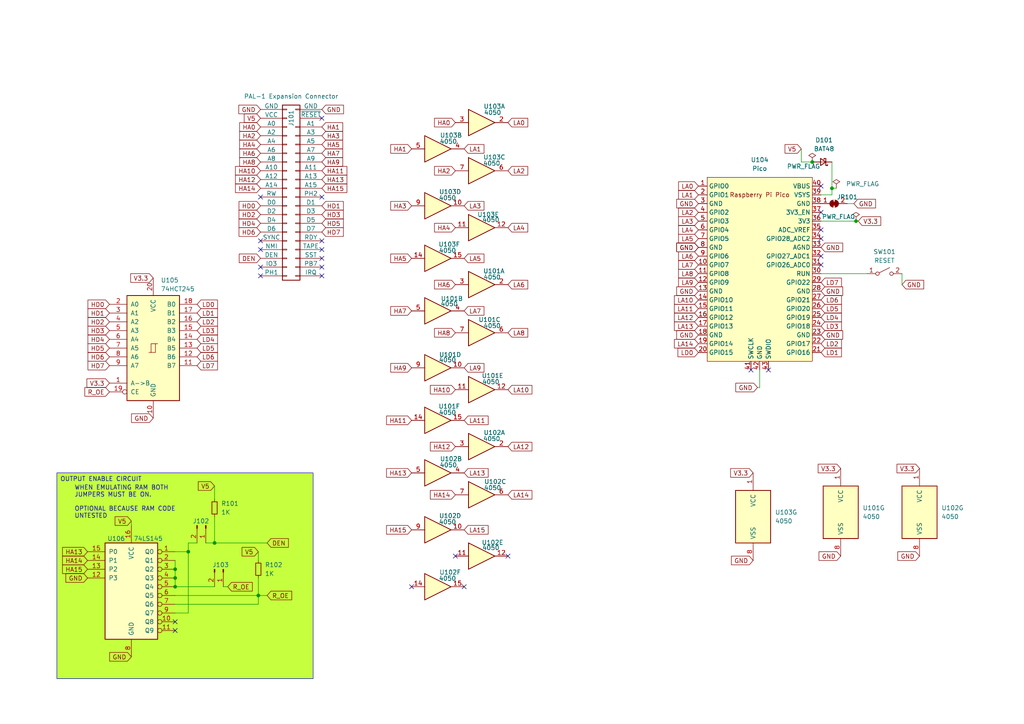
<source format=kicad_sch>
(kicad_sch (version 20230121) (generator eeschema)
  (paper "A4")
  (lib_symbols
    (symbol "4xxx:4050" (pin_names (offset 1.016))
      (property "Reference" "U" (at 0 1.27 0))
      (property "Value" "4050" (at 0 -1.27 0))
      (symbol "4050_1_0"
        (polyline (pts (xy -3.81 3.81) (xy -3.81 -3.81) (xy 3.81 0) (xy -3.81 3.81)) (stroke (width 0.254)) (fill (type background)))
        (pin output line (at 7.62 0 180) (length 3.81) (name "~") (number "2"))
        (pin input line (at -7.62 0 0) (length 3.81) (name "~") (number "3"))
      )
      (symbol "4050_2_0"
        (polyline (pts (xy -3.81 3.81) (xy -3.81 -3.81) (xy 3.81 0) (xy -3.81 3.81)) (stroke (width 0.254)) (fill (type background)))
        (pin output line (at 7.62 0 180) (length 3.81) (name "~") (number "4"))
        (pin input line (at -7.62 0 0) (length 3.81) (name "~") (number "5"))
      )
      (symbol "4050_3_0"
        (polyline (pts (xy -3.81 3.81) (xy -3.81 -3.81) (xy 3.81 0) (xy -3.81 3.81)) (stroke (width 0.254)) (fill (type background)))
        (pin output line (at 7.62 0 180) (length 3.81) (name "~") (number "6"))
        (pin input line (at -7.62 0 0) (length 3.81) (name "~") (number "7"))
      )
      (symbol "4050_4_0"
        (polyline (pts (xy -3.81 3.81) (xy -3.81 -3.81) (xy 3.81 0) (xy -3.81 3.81)) (stroke (width 0.254)) (fill (type background)))
        (pin output line (at 7.62 0 180) (length 3.81) (name "~") (number "10"))
        (pin input line (at -7.62 0 0) (length 3.81) (name "~") (number "9"))
      )
      (symbol "4050_5_0"
        (polyline (pts (xy -3.81 3.81) (xy -3.81 -3.81) (xy 3.81 0) (xy -3.81 3.81)) (stroke (width 0.254)) (fill (type background)))
        (pin input line (at -7.62 0 0) (length 3.81) (name "~") (number "11"))
        (pin output line (at 7.62 0 180) (length 3.81) (name "~") (number "12"))
      )
      (symbol "4050_6_0"
        (polyline (pts (xy -3.81 3.81) (xy -3.81 -3.81) (xy 3.81 0) (xy -3.81 3.81)) (stroke (width 0.254)) (fill (type background)))
        (pin input line (at -7.62 0 0) (length 3.81) (name "~") (number "14"))
        (pin output line (at 7.62 0 180) (length 3.81) (name "~") (number "15"))
      )
      (symbol "4050_7_0"
        (pin power_in line (at 0 12.7 270) (length 5.08) (name "VCC") (number "1"))
        (pin power_in line (at 0 -12.7 90) (length 5.08) (name "VSS") (number "8"))
      )
      (symbol "4050_7_1"
        (rectangle (start -5.08 7.62) (end 5.08 -7.62) (stroke (width 0.254)) (fill (type background)))
      )
    )
    (symbol "74xx:74HC245" (pin_names (offset 1.016))
      (property "Reference" "U" (at -7.62 16.51 0))
      (property "Value" "74HC245" (at -7.62 -16.51 0))
      (symbol "74HC245_1_0"
        (polyline (pts (xy -0.635 -1.27) (xy -0.635 1.27) (xy 0.635 1.27)))
        (polyline (pts (xy -1.27 -1.27) (xy 0.635 -1.27) (xy 0.635 1.27) (xy 1.27 1.27)))
        (pin input line (at -12.7 -10.16 0) (length 5.08) (name "A->B") (number "1"))
        (pin power_in line (at 0 -20.32 90) (length 5.08) (name "GND") (number "10"))
        (pin tri_state line (at 12.7 -5.08 180) (length 5.08) (name "B7") (number "11"))
        (pin tri_state line (at 12.7 -2.54 180) (length 5.08) (name "B6") (number "12"))
        (pin tri_state line (at 12.7 0 180) (length 5.08) (name "B5") (number "13"))
        (pin tri_state line (at 12.7 2.54 180) (length 5.08) (name "B4") (number "14"))
        (pin tri_state line (at 12.7 5.08 180) (length 5.08) (name "B3") (number "15"))
        (pin tri_state line (at 12.7 7.62 180) (length 5.08) (name "B2") (number "16"))
        (pin tri_state line (at 12.7 10.16 180) (length 5.08) (name "B1") (number "17"))
        (pin tri_state line (at 12.7 12.7 180) (length 5.08) (name "B0") (number "18"))
        (pin input inverted (at -12.7 -12.7 0) (length 5.08) (name "CE") (number "19"))
        (pin tri_state line (at -12.7 12.7 0) (length 5.08) (name "A0") (number "2"))
        (pin power_in line (at 0 20.32 270) (length 5.08) (name "VCC") (number "20"))
        (pin tri_state line (at -12.7 10.16 0) (length 5.08) (name "A1") (number "3"))
        (pin tri_state line (at -12.7 7.62 0) (length 5.08) (name "A2") (number "4"))
        (pin tri_state line (at -12.7 5.08 0) (length 5.08) (name "A3") (number "5"))
        (pin tri_state line (at -12.7 2.54 0) (length 5.08) (name "A4") (number "6"))
        (pin tri_state line (at -12.7 0 0) (length 5.08) (name "A5") (number "7"))
        (pin tri_state line (at -12.7 -2.54 0) (length 5.08) (name "A6") (number "8"))
        (pin tri_state line (at -12.7 -5.08 0) (length 5.08) (name "A7") (number "9"))
      )
      (symbol "74HC245_1_1"
        (rectangle (start -7.62 15.24) (end 7.62 -15.24) (stroke (width 0.254)) (fill (type background)))
      )
    )
    (symbol "74xx:74LS145" (pin_names (offset 1.016))
      (property "Reference" "U" (at -7.62 13.97 0))
      (property "Value" "74LS145" (at -7.62 -16.51 0))
      (symbol "74LS145_1_0"
        (pin open_collector inverted (at 12.7 10.16 180) (length 5.08) (name "Q0") (number "1"))
        (pin open_collector inverted (at 12.7 -10.16 180) (length 5.08) (name "Q8") (number "10"))
        (pin open_collector inverted (at 12.7 -12.7 180) (length 5.08) (name "Q9") (number "11"))
        (pin input line (at -12.7 2.54 0) (length 5.08) (name "P3") (number "12"))
        (pin input line (at -12.7 5.08 0) (length 5.08) (name "P2") (number "13"))
        (pin input line (at -12.7 7.62 0) (length 5.08) (name "P1") (number "14"))
        (pin input line (at -12.7 10.16 0) (length 5.08) (name "P0") (number "15"))
        (pin power_in line (at 0 17.78 270) (length 5.08) (name "VCC") (number "16"))
        (pin open_collector inverted (at 12.7 7.62 180) (length 5.08) (name "Q1") (number "2"))
        (pin open_collector inverted (at 12.7 5.08 180) (length 5.08) (name "Q2") (number "3"))
        (pin open_collector inverted (at 12.7 2.54 180) (length 5.08) (name "Q3") (number "4"))
        (pin open_collector inverted (at 12.7 0 180) (length 5.08) (name "Q4") (number "5"))
        (pin open_collector inverted (at 12.7 -2.54 180) (length 5.08) (name "Q5") (number "6"))
        (pin open_collector inverted (at 12.7 -5.08 180) (length 5.08) (name "Q6") (number "7"))
        (pin power_in line (at 0 -20.32 90) (length 5.08) (name "GND") (number "8"))
        (pin open_collector inverted (at 12.7 -7.62 180) (length 5.08) (name "Q7") (number "9"))
      )
      (symbol "74LS145_1_1"
        (rectangle (start -7.62 12.7) (end 7.62 -15.24) (stroke (width 0.254)) (fill (type background)))
      )
    )
    (symbol "Connector:Conn_01x02_Pin" (pin_names (offset 1.016) hide)
      (property "Reference" "J" (at 0 2.54 0))
      (property "Value" "Conn_01x02_Pin" (at 0 -5.08 0))
      (symbol "Conn_01x02_Pin_1_1"
        (polyline (pts (xy 1.27 -2.54) (xy 0.8636 -2.54)) (stroke (width 0.1524)))
        (polyline (pts (xy 1.27 0) (xy 0.8636 0)) (stroke (width 0.1524)))
        (rectangle (start 0.8636 -2.413) (end 0 -2.667) (stroke (width 0.1524)) (fill (type outline)))
        (rectangle (start 0.8636 0.127) (end 0 -0.127) (stroke (width 0.1524)) (fill (type outline)))
        (pin passive line (at 5.08 0 180) (length 3.81) (name "Pin_1") (number "1"))
        (pin passive line (at 5.08 -2.54 180) (length 3.81) (name "Pin_2") (number "2"))
      )
    )
    (symbol "Device:D_Schottky_Small" (pin_numbers hide) (pin_names (offset 0.254) hide)
      (property "Reference" "D" (at -1.27 2.032 0))
      (property "Value" "D_Schottky_Small" (at -7.112 -2.032 0))
      (symbol "D_Schottky_Small_0_1"
        (polyline (pts (xy -0.762 0) (xy 0.762 0)))
        (polyline (pts (xy 0.762 -1.016) (xy -0.762 0) (xy 0.762 1.016) (xy 0.762 -1.016)) (stroke (width 0.254)))
        (polyline (pts (xy -1.27 0.762) (xy -1.27 1.016) (xy -0.762 1.016) (xy -0.762 -1.016) (xy -0.254 -1.016) (xy -0.254 -0.762)) (stroke (width 0.254)))
      )
      (symbol "D_Schottky_Small_1_1"
        (pin passive line (at -2.54 0 0) (length 1.778) (name "K") (number "1"))
        (pin passive line (at 2.54 0 180) (length 1.778) (name "A") (number "2"))
      )
    )
    (symbol "Device:R_Small" (pin_numbers hide) (pin_names (offset 0.254) hide)
      (property "Reference" "R" (at 0.762 0.508 0))
      (property "Value" "R_Small" (at 0.762 -1.016 0))
      (symbol "R_Small_0_1"
        (rectangle (start -0.762 1.778) (end 0.762 -1.778) (stroke (width 0.2032)))
      )
      (symbol "R_Small_1_1"
        (pin passive line (at 0 2.54 270) (length 0.762) (name "~") (number "1"))
        (pin passive line (at 0 -2.54 90) (length 0.762) (name "~") (number "2"))
      )
    )
    (symbol "Jumper:SolderJumper_2_Bridged" (pin_names (offset 0) hide)
      (property "Reference" "JP" (at 0 2.032 0))
      (property "Value" "SolderJumper_2_Bridged" (at 0 -2.54 0))
      (symbol "SolderJumper_2_Bridged_0_1"
        (rectangle (start -0.508 0.508) (end 0.508 -0.508) (fill (type outline)))
        (arc (start -0.254 1.016) (mid -1.2656 0) (end -0.254 -1.016))
        (arc (start -0.254 1.016) (mid -1.2656 0) (end -0.254 -1.016) (fill (type outline)))
        (polyline (pts (xy -0.254 1.016) (xy -0.254 -1.016)))
        (polyline (pts (xy 0.254 1.016) (xy 0.254 -1.016)))
        (arc (start 0.254 -1.016) (mid 1.2656 0) (end 0.254 1.016))
        (arc (start 0.254 -1.016) (mid 1.2656 0) (end 0.254 1.016) (fill (type outline)))
      )
      (symbol "SolderJumper_2_Bridged_1_1"
        (pin passive line (at -3.81 0 0) (length 2.54) (name "A") (number "1"))
        (pin passive line (at 3.81 0 180) (length 2.54) (name "B") (number "2"))
      )
    )
    (symbol "RP-Pico:Pico"
      (property "Reference" "U" (at -13.97 27.94 0))
      (property "Value" "Pico" (at 0 19.05 0))
      (symbol "Pico_0_0"
        (text "Raspberry Pi Pico" (at 0 21.59 0) (effects (font (size 1.27 1.27))))
      )
      (symbol "Pico_0_1"
        (rectangle (start -15.24 26.67) (end 15.24 -26.67) (fill (type background)))
      )
      (symbol "Pico_1_1"
        (pin bidirectional line (at -17.78 24.13 0) (length 2.54) (name "GPIO0") (number "1"))
        (pin bidirectional line (at -17.78 1.27 0) (length 2.54) (name "GPIO7") (number "10"))
        (pin bidirectional line (at -17.78 -1.27 0) (length 2.54) (name "GPIO8") (number "11"))
        (pin bidirectional line (at -17.78 -3.81 0) (length 2.54) (name "GPIO9") (number "12"))
        (pin power_in line (at -17.78 -6.35 0) (length 2.54) (name "GND") (number "13"))
        (pin bidirectional line (at -17.78 -8.89 0) (length 2.54) (name "GPIO10") (number "14"))
        (pin bidirectional line (at -17.78 -11.43 0) (length 2.54) (name "GPIO11") (number "15"))
        (pin bidirectional line (at -17.78 -13.97 0) (length 2.54) (name "GPIO12") (number "16"))
        (pin bidirectional line (at -17.78 -16.51 0) (length 2.54) (name "GPIO13") (number "17"))
        (pin power_in line (at -17.78 -19.05 0) (length 2.54) (name "GND") (number "18"))
        (pin bidirectional line (at -17.78 -21.59 0) (length 2.54) (name "GPIO14") (number "19"))
        (pin bidirectional line (at -17.78 21.59 0) (length 2.54) (name "GPIO1") (number "2"))
        (pin bidirectional line (at -17.78 -24.13 0) (length 2.54) (name "GPIO15") (number "20"))
        (pin bidirectional line (at 17.78 -24.13 180) (length 2.54) (name "GPIO16") (number "21"))
        (pin bidirectional line (at 17.78 -21.59 180) (length 2.54) (name "GPIO17") (number "22"))
        (pin power_in line (at 17.78 -19.05 180) (length 2.54) (name "GND") (number "23"))
        (pin bidirectional line (at 17.78 -16.51 180) (length 2.54) (name "GPIO18") (number "24"))
        (pin bidirectional line (at 17.78 -13.97 180) (length 2.54) (name "GPIO19") (number "25"))
        (pin bidirectional line (at 17.78 -11.43 180) (length 2.54) (name "GPIO20") (number "26"))
        (pin bidirectional line (at 17.78 -8.89 180) (length 2.54) (name "GPIO21") (number "27"))
        (pin power_in line (at 17.78 -6.35 180) (length 2.54) (name "GND") (number "28"))
        (pin bidirectional line (at 17.78 -3.81 180) (length 2.54) (name "GPIO22") (number "29"))
        (pin power_in line (at -17.78 19.05 0) (length 2.54) (name "GND") (number "3"))
        (pin input line (at 17.78 -1.27 180) (length 2.54) (name "RUN") (number "30"))
        (pin bidirectional line (at 17.78 1.27 180) (length 2.54) (name "GPIO26_ADC0") (number "31"))
        (pin bidirectional line (at 17.78 3.81 180) (length 2.54) (name "GPIO27_ADC1") (number "32"))
        (pin power_in line (at 17.78 6.35 180) (length 2.54) (name "AGND") (number "33"))
        (pin bidirectional line (at 17.78 8.89 180) (length 2.54) (name "GPIO28_ADC2") (number "34"))
        (pin power_in line (at 17.78 11.43 180) (length 2.54) (name "ADC_VREF") (number "35"))
        (pin power_in line (at 17.78 13.97 180) (length 2.54) (name "3V3") (number "36"))
        (pin input line (at 17.78 16.51 180) (length 2.54) (name "3V3_EN") (number "37"))
        (pin bidirectional line (at 17.78 19.05 180) (length 2.54) (name "GND") (number "38"))
        (pin power_in line (at 17.78 21.59 180) (length 2.54) (name "VSYS") (number "39"))
        (pin bidirectional line (at -17.78 16.51 0) (length 2.54) (name "GPIO2") (number "4"))
        (pin power_in line (at 17.78 24.13 180) (length 2.54) (name "VBUS") (number "40"))
        (pin input line (at -2.54 -29.21 90) (length 2.54) (name "SWCLK") (number "41"))
        (pin power_in line (at 0 -29.21 90) (length 2.54) (name "GND") (number "42"))
        (pin bidirectional line (at 2.54 -29.21 90) (length 2.54) (name "SWDIO") (number "43"))
        (pin bidirectional line (at -17.78 13.97 0) (length 2.54) (name "GPIO3") (number "5"))
        (pin bidirectional line (at -17.78 11.43 0) (length 2.54) (name "GPIO4") (number "6"))
        (pin bidirectional line (at -17.78 8.89 0) (length 2.54) (name "GPIO5") (number "7"))
        (pin power_in line (at -17.78 6.35 0) (length 2.54) (name "GND") (number "8"))
        (pin bidirectional line (at -17.78 3.81 0) (length 2.54) (name "GPIO6") (number "9"))
      )
    )
    (symbol "Switch:SW_SPST" (pin_names (offset 0) hide)
      (property "Reference" "SW" (at 0 3.175 0))
      (property "Value" "SW_SPST" (at 0 -2.54 0))
      (symbol "SW_SPST_0_0"
        (circle (center -2.032 0) (radius 0.508))
        (polyline (pts (xy -1.524 0.254) (xy 1.524 1.778)))
        (circle (center 2.032 0) (radius 0.508))
      )
      (symbol "SW_SPST_1_1"
        (pin passive line (at -5.08 0 0) (length 2.54) (name "A") (number "1"))
        (pin passive line (at 5.08 0 180) (length 2.54) (name "B") (number "2"))
      )
    )
    (symbol "pal1:Expansion_Connector" (pin_numbers hide) (pin_names (offset 0))
      (property "Reference" "J" (at 1.285 25.4 0))
      (property "Value" "PAL-1 Expansion Connector" (at 1.905 -27.94 0))
      (symbol "Expansion_Connector_1_1"
        (rectangle (start -1.255 -25.273) (end 0.015 -25.527) (stroke (width 0.1524)))
        (rectangle (start -1.255 -22.733) (end 0.015 -22.987) (stroke (width 0.1524)))
        (rectangle (start -1.255 -20.193) (end 0.015 -20.447) (stroke (width 0.1524)))
        (rectangle (start -1.255 -17.653) (end 0.015 -17.907) (stroke (width 0.1524)))
        (rectangle (start -1.255 -15.113) (end 0.015 -15.367) (stroke (width 0.1524)))
        (rectangle (start -1.255 -12.573) (end 0.015 -12.827) (stroke (width 0.1524)))
        (rectangle (start -1.255 -10.033) (end 0.015 -10.287) (stroke (width 0.1524)))
        (rectangle (start -1.255 -7.493) (end 0.015 -7.747) (stroke (width 0.1524)))
        (rectangle (start -1.255 -4.953) (end 0.015 -5.207) (stroke (width 0.1524)))
        (rectangle (start -1.255 -2.413) (end 0.015 -2.667) (stroke (width 0.1524)))
        (rectangle (start -1.255 0.127) (end 0.015 -0.127) (stroke (width 0.1524)))
        (rectangle (start -1.255 2.667) (end 0.015 2.413) (stroke (width 0.1524)))
        (rectangle (start -1.255 5.207) (end 0.015 4.953) (stroke (width 0.1524)))
        (rectangle (start -1.255 7.747) (end 0.015 7.493) (stroke (width 0.1524)))
        (rectangle (start -1.255 10.287) (end 0.015 10.033) (stroke (width 0.1524)))
        (rectangle (start -1.255 12.827) (end 0.015 12.573) (stroke (width 0.1524)))
        (rectangle (start -1.255 15.367) (end 0.015 15.113) (stroke (width 0.1524)))
        (rectangle (start -1.255 17.907) (end 0.015 17.653) (stroke (width 0.1524)))
        (rectangle (start -1.255 20.447) (end 0.015 20.193) (stroke (width 0.1524)))
        (rectangle (start -1.255 22.987) (end 0.015 22.733) (stroke (width 0.1524)))
        (rectangle (start -1.255 24.13) (end 3.825 -26.67) (stroke (width 0.254)))
        (rectangle (start 2.555 -15.113) (end 3.825 -15.367) (stroke (width 0.1524)))
        (rectangle (start 3.825 -25.273) (end 2.555 -25.527) (stroke (width 0.1524)))
        (rectangle (start 3.825 -22.733) (end 2.555 -22.987) (stroke (width 0.1524)))
        (rectangle (start 3.825 -20.193) (end 2.555 -20.447) (stroke (width 0.1524)))
        (rectangle (start 3.825 -17.653) (end 2.555 -17.907) (stroke (width 0.1524)))
        (rectangle (start 3.825 -12.573) (end 2.555 -12.827) (stroke (width 0.1524)))
        (rectangle (start 3.825 -10.033) (end 2.555 -10.287) (stroke (width 0.1524)))
        (rectangle (start 3.825 -7.493) (end 2.555 -7.747) (stroke (width 0.1524)))
        (rectangle (start 3.825 -4.953) (end 2.555 -5.207) (stroke (width 0.1524)))
        (rectangle (start 3.825 -2.413) (end 2.555 -2.667) (stroke (width 0.1524)))
        (rectangle (start 3.825 0.127) (end 2.555 -0.127) (stroke (width 0.1524)))
        (rectangle (start 3.825 2.667) (end 2.555 2.413) (stroke (width 0.1524)))
        (rectangle (start 3.825 5.207) (end 2.555 4.953) (stroke (width 0.1524)))
        (rectangle (start 3.825 7.747) (end 2.555 7.493) (stroke (width 0.1524)))
        (rectangle (start 3.825 10.287) (end 2.555 10.033) (stroke (width 0.1524)))
        (rectangle (start 3.825 12.827) (end 2.555 12.573) (stroke (width 0.1524)))
        (rectangle (start 3.825 15.367) (end 2.555 15.113) (stroke (width 0.1524)))
        (rectangle (start 3.825 17.907) (end 2.555 17.653) (stroke (width 0.1524)))
        (rectangle (start 3.825 22.987) (end 2.555 22.733) (stroke (width 0.1524)))
        (pin power_out line (at -7.605 22.86 0) (length 6.35) (name "GND") (number "1"))
        (pin passive line (at 10.175 12.7 180) (length 6.35) (name "A5") (number "10"))
        (pin passive line (at -7.605 10.16 0) (length 6.35) (name "A6") (number "11"))
        (pin passive line (at 10.175 10.16 180) (length 6.35) (name "A7") (number "12"))
        (pin passive line (at -7.605 7.62 0) (length 6.35) (name "A8") (number "13"))
        (pin passive line (at 10.175 7.62 180) (length 6.35) (name "A9") (number "14"))
        (pin passive line (at -7.605 5.08 0) (length 6.35) (name "A10") (number "15"))
        (pin passive line (at 10.175 5.08 180) (length 6.35) (name "A11") (number "16"))
        (pin passive line (at -7.605 2.54 0) (length 6.35) (name "A12") (number "17"))
        (pin passive line (at 10.175 2.54 180) (length 6.35) (name "A13") (number "18"))
        (pin passive line (at -7.605 0 0) (length 6.35) (name "A14") (number "19"))
        (pin passive line (at 10.175 22.86 180) (length 6.35) (name "GND") (number "2"))
        (pin passive line (at 10.175 0 180) (length 6.35) (name "A15") (number "20"))
        (pin passive line (at -7.605 -2.54 0) (length 6.35) (name "RW") (number "21"))
        (pin passive line (at 10.175 -2.54 180) (length 6.35) (name "PH2") (number "22"))
        (pin passive line (at -7.605 -5.08 0) (length 6.35) (name "D0") (number "23"))
        (pin passive line (at 10.175 -5.08 180) (length 6.35) (name "D1") (number "24"))
        (pin passive line (at -7.605 -7.62 0) (length 6.35) (name "D2") (number "25"))
        (pin passive line (at 10.175 -7.62 180) (length 6.35) (name "D3") (number "26"))
        (pin passive line (at -7.605 -10.16 0) (length 6.35) (name "D4") (number "27"))
        (pin passive line (at 10.175 -10.16 180) (length 6.35) (name "D5") (number "28"))
        (pin passive line (at -7.605 -12.7 0) (length 6.35) (name "D6") (number "29"))
        (pin passive line (at -7.605 20.32 0) (length 6.35) (name "VCC") (number "3"))
        (pin passive line (at 10.175 -12.7 180) (length 6.35) (name "D7") (number "30"))
        (pin passive line (at -7.605 -15.24 0) (length 6.35) (name "SYNC") (number "31"))
        (pin passive line (at 10.175 -15.24 180) (length 6.35) (name "RDY") (number "32"))
        (pin passive line (at -7.605 -17.78 0) (length 6.35) (name "NMI") (number "33"))
        (pin passive line (at 10.175 -17.78 180) (length 6.35) (name "TAPE") (number "34"))
        (pin passive line (at -7.605 -20.32 0) (length 6.35) (name "DEN") (number "35"))
        (pin passive line (at 10.175 -20.32 180) (length 6.35) (name "SST") (number "36"))
        (pin passive line (at -7.605 -22.86 0) (length 6.35) (name "IO3") (number "37"))
        (pin passive line (at 10.175 -22.86 180) (length 6.35) (name "PB7") (number "38"))
        (pin passive line (at -7.605 -25.4 0) (length 6.35) (name "PH1") (number "39"))
        (pin passive line (at 10.175 20.32 180) (length 6.35) (name "~{RESET}") (number "4"))
        (pin passive line (at 10.175 -25.4 180) (length 6.35) (name "IRQ") (number "40"))
        (pin passive line (at -7.605 17.78 0) (length 6.35) (name "A0") (number "5"))
        (pin passive line (at 10.175 17.78 180) (length 6.35) (name "A1") (number "6"))
        (pin passive line (at -7.605 15.24 0) (length 6.35) (name "A2") (number "7"))
        (pin passive line (at 10.175 15.24 180) (length 6.35) (name "A3") (number "8"))
        (pin passive line (at -7.605 12.7 0) (length 6.35) (name "A4") (number "9"))
      )
    )
    (symbol "power:PWR_FLAG" (power) (pin_numbers hide) (pin_names (offset 0) hide)
      (property "Value" "PWR_FLAG" (at 0 3.81 0))
      (symbol "PWR_FLAG_0_0"
        (pin power_out line (at 0 0 90) (length 0) (name "pwr") (number "1"))
      )
      (symbol "PWR_FLAG_0_1"
        (polyline (pts (xy 0 0) (xy 0 1.27) (xy -1.016 1.905) (xy 0 2.54) (xy 1.016 1.905) (xy 0 1.27)))
      )
    )
  )
  (junction (at 62.23 157.48))
  (junction (at 50.8 167.64))
  (junction (at 241.3 54.61))
  (junction (at 50.8 170.18))
  (junction (at 248.285 64.135))
  (junction (at 74.93 172.72))
  (junction (at 235.585 46.99))
  (junction (at 50.8 165.1))
  (junction (at 54.61 160.02))
  (no_connect (at 132.08 161.29))
  (no_connect (at 93.345 80.01))
  (no_connect (at 238.125 76.835))
  (no_connect (at 75.565 69.85))
  (no_connect (at 238.125 53.975))
  (no_connect (at 119.38 170.18))
  (no_connect (at 93.345 69.85))
  (no_connect (at 93.345 57.15))
  (no_connect (at 134.62 170.18))
  (no_connect (at 75.565 80.01))
  (no_connect (at 238.125 61.595))
  (no_connect (at 75.565 72.39))
  (no_connect (at 50.8 180.34))
  (no_connect (at 50.8 182.88))
  (no_connect (at 93.345 74.93))
  (no_connect (at 93.345 34.29))
  (no_connect (at 238.125 69.215))
  (no_connect (at 93.345 72.39))
  (no_connect (at 217.805 107.315))
  (no_connect (at 222.885 107.315))
  (no_connect (at 75.565 77.47))
  (no_connect (at 238.125 74.295))
  (no_connect (at 75.565 57.15))
  (no_connect (at 238.125 66.675))
  (no_connect (at 147.32 161.29))
  (no_connect (at 93.345 77.47))
  (wire (pts (xy 50.8 167.64) (xy 50.8 170.18)))
  (wire (pts (xy 238.125 64.135) (xy 248.285 64.135)))
  (wire (pts (xy 54.61 157.48) (xy 57.15 157.48)))
  (wire (pts (xy 261.62 79.375) (xy 261.62 82.55)))
  (wire (pts (xy 238.125 79.375) (xy 251.46 79.375)))
  (wire (pts (xy 64.77 170.18) (xy 66.04 170.18)))
  (wire (pts (xy 241.3 54.61) (xy 242.57 54.61)))
  (wire (pts (xy 248.285 64.135) (xy 248.92 64.135)))
  (wire (pts (xy 74.93 167.64) (xy 74.93 172.72)))
  (wire (pts (xy 245.745 59.055) (xy 247.65 59.055)))
  (wire (pts (xy 74.93 175.26) (xy 74.93 172.72)))
  (wire (pts (xy 241.3 46.99) (xy 241.3 54.61)))
  (wire (pts (xy 50.8 162.56) (xy 50.8 165.1)))
  (wire (pts (xy 220.345 107.315) (xy 220.345 112.395)))
  (wire (pts (xy 235.585 46.99) (xy 232.41 46.99)))
  (wire (pts (xy 54.61 160.02) (xy 54.61 177.8)))
  (wire (pts (xy 50.8 177.8) (xy 54.61 177.8)))
  (wire (pts (xy 62.23 140.97) (xy 62.23 144.78)))
  (wire (pts (xy 50.8 170.18) (xy 62.23 170.18)))
  (wire (pts (xy 236.22 46.99) (xy 235.585 46.99)))
  (wire (pts (xy 50.8 175.26) (xy 74.93 175.26)))
  (wire (pts (xy 220.345 112.395) (xy 219.71 112.395)))
  (wire (pts (xy 50.8 165.1) (xy 50.8 167.64)))
  (wire (pts (xy 62.23 157.48) (xy 77.47 157.48)))
  (wire (pts (xy 232.41 46.99) (xy 232.41 43.18)))
  (wire (pts (xy 59.69 157.48) (xy 62.23 157.48)))
  (wire (pts (xy 238.125 56.515) (xy 241.3 56.515)))
  (wire (pts (xy 50.8 172.72) (xy 74.93 172.72)))
  (wire (pts (xy 38.1 151.13) (xy 38.1 152.4)))
  (wire (pts (xy 74.93 172.72) (xy 77.47 172.72)))
  (wire (pts (xy 241.3 54.61) (xy 241.3 56.515)))
  (wire (pts (xy 74.93 160.02) (xy 74.93 162.56)))
  (wire (pts (xy 50.8 160.02) (xy 54.61 160.02)))
  (wire (pts (xy 54.61 157.48) (xy 54.61 160.02)))
  (wire (pts (xy 62.23 149.86) (xy 62.23 157.48)))
  (text_box "OUTPUT ENABLE CIRCUIT" (at 16.51 137.16 0) (size 74.295 59.69) (fill (type color) (color 197 255 62 1)) (effects (font (size 1.27 1.27)) (justify left top)))
  (text "WHEN EMULATING RAM BOTH\nJUMPERS MUST BE ON.\n\nOPTIONAL BECAUSE RAM CODE\nUNTESTED\n" (at 21.59 150.495 0) (effects (font (size 1.27 1.27)) (justify left bottom)))
  (global_label "LA9" (shape input) (at 202.565 81.915 180) (property "Intersheetrefs" "${INTERSHEET_REFS}" (effects hide)))
  (global_label "HD5" (shape input) (at 93.345 64.77 0) (property "Intersheetrefs" "${INTERSHEET_REFS}" (effects hide)))
  (global_label "GND" (shape input) (at 44.45 121.285 180) (property "Intersheetrefs" "${INTERSHEET_REFS}" (effects hide)))
  (global_label "HD2" (shape input) (at 31.75 93.345 180) (property "Intersheetrefs" "${INTERSHEET_REFS}" (effects hide)))
  (global_label "HA0" (shape input) (at 132.08 35.56 180) (property "Intersheetrefs" "${INTERSHEET_REFS}" (effects hide)))
  (global_label "LD5" (shape input) (at 57.15 100.965 0) (property "Intersheetrefs" "${INTERSHEET_REFS}" (effects hide)))
  (global_label "LD6" (shape input) (at 57.15 103.505 0) (property "Intersheetrefs" "${INTERSHEET_REFS}" (effects hide)))
  (global_label "LA2" (shape input) (at 147.32 49.53 0) (property "Intersheetrefs" "${INTERSHEET_REFS}" (effects hide)))
  (global_label "HA11" (shape input) (at 119.38 121.92 180) (property "Intersheetrefs" "${INTERSHEET_REFS}" (effects hide)))
  (global_label "LA7" (shape input) (at 134.62 90.17 0) (property "Intersheetrefs" "${INTERSHEET_REFS}" (effects hide)))
  (global_label "GND" (shape input) (at 218.44 162.56 180) (property "Intersheetrefs" "${INTERSHEET_REFS}" (effects hide)))
  (global_label "HA4" (shape input) (at 75.565 41.91 180) (property "Intersheetrefs" "${INTERSHEET_REFS}" (effects hide)))
  (global_label "HA12" (shape input) (at 132.08 129.54 180) (property "Intersheetrefs" "${INTERSHEET_REFS}" (effects hide)))
  (global_label "LD7" (shape input) (at 238.125 81.915 0) (property "Intersheetrefs" "${INTERSHEET_REFS}" (effects hide)))
  (global_label "LD0" (shape input) (at 202.565 102.235 180) (property "Intersheetrefs" "${INTERSHEET_REFS}" (effects hide)))
  (global_label "LA14" (shape input) (at 147.32 143.51 0) (property "Intersheetrefs" "${INTERSHEET_REFS}" (effects hide)))
  (global_label "V5" (shape input) (at 74.93 160.02 180) (property "Intersheetrefs" "${INTERSHEET_REFS}" (effects hide)))
  (global_label "GND" (shape input) (at 219.71 112.395 180) (property "Intersheetrefs" "${INTERSHEET_REFS}" (effects hide)))
  (global_label "GND" (shape input) (at 202.565 59.055 180) (property "Intersheetrefs" "${INTERSHEET_REFS}" (effects hide)))
  (global_label "HA2" (shape input) (at 132.08 49.53 180) (property "Intersheetrefs" "${INTERSHEET_REFS}" (effects hide)))
  (global_label "LA4" (shape input) (at 147.32 66.04 0) (property "Intersheetrefs" "${INTERSHEET_REFS}" (effects hide)))
  (global_label "HA1" (shape input) (at 119.38 43.18 180) (property "Intersheetrefs" "${INTERSHEET_REFS}" (effects hide)))
  (global_label "LD7" (shape input) (at 57.15 106.045 0) (property "Intersheetrefs" "${INTERSHEET_REFS}" (effects hide)))
  (global_label "LD4" (shape input) (at 57.15 98.425 0) (property "Intersheetrefs" "${INTERSHEET_REFS}" (effects hide)))
  (global_label "HA9" (shape input) (at 119.38 106.68 180) (property "Intersheetrefs" "${INTERSHEET_REFS}" (effects hide)))
  (global_label "LA1" (shape input) (at 202.565 56.515 180) (property "Intersheetrefs" "${INTERSHEET_REFS}" (effects hide)))
  (global_label "LA0" (shape input) (at 202.565 53.975 180) (property "Intersheetrefs" "${INTERSHEET_REFS}" (effects hide)))
  (global_label "HA2" (shape input) (at 75.565 39.37 180) (property "Intersheetrefs" "${INTERSHEET_REFS}" (effects hide)))
  (global_label "R_OE" (shape input) (at 66.04 170.18 0) (property "Intersheetrefs" "${INTERSHEET_REFS}" (effects hide)))
  (global_label "HA15" (shape input) (at 119.38 153.67 180) (property "Intersheetrefs" "${INTERSHEET_REFS}" (effects hide)))
  (global_label "HA13" (shape input) (at 25.4 160.02 180) (property "Intersheetrefs" "${INTERSHEET_REFS}" (effects hide)))
  (global_label "HA13" (shape input) (at 119.38 137.16 180) (property "Intersheetrefs" "${INTERSHEET_REFS}" (effects hide)))
  (global_label "HD6" (shape input) (at 31.75 103.505 180) (property "Intersheetrefs" "${INTERSHEET_REFS}" (effects hide)))
  (global_label "HA14" (shape input) (at 25.4 162.56 180) (property "Intersheetrefs" "${INTERSHEET_REFS}" (effects hide)))
  (global_label "HD7" (shape input) (at 31.75 106.045 180) (property "Intersheetrefs" "${INTERSHEET_REFS}" (effects hide)))
  (global_label "HD6" (shape input) (at 75.565 67.31 180) (property "Intersheetrefs" "${INTERSHEET_REFS}" (effects hide)))
  (global_label "HA7" (shape input) (at 119.38 90.17 180) (property "Intersheetrefs" "${INTERSHEET_REFS}" (effects hide)))
  (global_label "HD1" (shape input) (at 31.75 90.805 180) (property "Intersheetrefs" "${INTERSHEET_REFS}" (effects hide)))
  (global_label "HD3" (shape input) (at 31.75 95.885 180) (property "Intersheetrefs" "${INTERSHEET_REFS}" (effects hide)))
  (global_label "LA5" (shape input) (at 134.62 74.93 0) (property "Intersheetrefs" "${INTERSHEET_REFS}" (effects hide)))
  (global_label "LA13" (shape input) (at 134.62 137.16 0) (property "Intersheetrefs" "${INTERSHEET_REFS}" (effects hide)))
  (global_label "HA14" (shape input) (at 75.565 54.61 180) (property "Intersheetrefs" "${INTERSHEET_REFS}" (effects hide)))
  (global_label "HA12" (shape input) (at 75.565 52.07 180) (property "Intersheetrefs" "${INTERSHEET_REFS}" (effects hide)))
  (global_label "LD1" (shape input) (at 238.125 102.235 0) (property "Intersheetrefs" "${INTERSHEET_REFS}" (effects hide)))
  (global_label "V3.3" (shape input) (at 44.45 80.645 180) (property "Intersheetrefs" "${INTERSHEET_REFS}" (effects hide)))
  (global_label "LA3" (shape input) (at 134.62 59.69 0) (property "Intersheetrefs" "${INTERSHEET_REFS}" (effects hide)))
  (global_label "LD1" (shape input) (at 57.15 90.805 0) (property "Intersheetrefs" "${INTERSHEET_REFS}" (effects hide)))
  (global_label "GND" (shape input) (at 202.565 84.455 180) (property "Intersheetrefs" "${INTERSHEET_REFS}" (effects hide)))
  (global_label "HD5" (shape input) (at 31.75 100.965 180) (property "Intersheetrefs" "${INTERSHEET_REFS}" (effects hide)))
  (global_label "LA8" (shape input) (at 202.565 79.375 180) (property "Intersheetrefs" "${INTERSHEET_REFS}" (effects hide)))
  (global_label "GND" (shape input) (at 202.565 71.755 180) (property "Intersheetrefs" "${INTERSHEET_REFS}" (effects hide)))
  (global_label "LA0" (shape input) (at 147.32 35.56 0) (property "Intersheetrefs" "${INTERSHEET_REFS}" (effects hide)))
  (global_label "LA8" (shape input) (at 147.32 96.52 0) (property "Intersheetrefs" "${INTERSHEET_REFS}" (effects hide)))
  (global_label "LD4" (shape input) (at 238.125 92.075 0) (property "Intersheetrefs" "${INTERSHEET_REFS}" (effects hide)))
  (global_label "LD3" (shape input) (at 57.15 95.885 0) (property "Intersheetrefs" "${INTERSHEET_REFS}" (effects hide)))
  (global_label "LA13" (shape input) (at 202.565 94.615 180) (property "Intersheetrefs" "${INTERSHEET_REFS}" (effects hide)))
  (global_label "LA3" (shape input) (at 202.565 64.135 180) (property "Intersheetrefs" "${INTERSHEET_REFS}" (effects hide)))
  (global_label "LD2" (shape input) (at 57.15 93.345 0) (property "Intersheetrefs" "${INTERSHEET_REFS}" (effects hide)))
  (global_label "GND" (shape input) (at 247.65 59.055 0) (property "Intersheetrefs" "${INTERSHEET_REFS}" (effects hide)))
  (global_label "V5" (shape input) (at 62.23 140.97 180) (property "Intersheetrefs" "${INTERSHEET_REFS}" (effects hide)))
  (global_label "GND" (shape input) (at 75.565 31.75 180) (property "Intersheetrefs" "${INTERSHEET_REFS}" (effects hide)))
  (global_label "HA8" (shape input) (at 132.08 96.52 180) (property "Intersheetrefs" "${INTERSHEET_REFS}" (effects hide)))
  (global_label "DEN" (shape input) (at 75.565 74.93 180) (property "Intersheetrefs" "${INTERSHEET_REFS}" (effects hide)))
  (global_label "LA10" (shape input) (at 147.32 113.03 0) (property "Intersheetrefs" "${INTERSHEET_REFS}" (effects hide)))
  (global_label "LA15" (shape input) (at 134.62 153.67 0) (property "Intersheetrefs" "${INTERSHEET_REFS}" (effects hide)))
  (global_label "LA14" (shape input) (at 202.565 99.695 180) (property "Intersheetrefs" "${INTERSHEET_REFS}" (effects hide)))
  (global_label "GND" (shape input) (at 202.565 97.155 180) (property "Intersheetrefs" "${INTERSHEET_REFS}" (effects hide)))
  (global_label "HA5" (shape input) (at 93.345 41.91 0) (property "Intersheetrefs" "${INTERSHEET_REFS}" (effects hide)))
  (global_label "HA15" (shape input) (at 25.4 165.1 180) (property "Intersheetrefs" "${INTERSHEET_REFS}" (effects hide)))
  (global_label "DEN" (shape input) (at 77.47 157.48 0) (property "Intersheetrefs" "${INTERSHEET_REFS}" (effects hide)))
  (global_label "LD3" (shape input) (at 238.125 94.615 0) (property "Intersheetrefs" "${INTERSHEET_REFS}" (effects hide)))
  (global_label "GND" (shape input) (at 238.125 71.755 0) (property "Intersheetrefs" "${INTERSHEET_REFS}" (effects hide)))
  (global_label "HD1" (shape input) (at 93.345 59.69 0) (property "Intersheetrefs" "${INTERSHEET_REFS}" (effects hide)))
  (global_label "LD2" (shape input) (at 238.125 99.695 0) (property "Intersheetrefs" "${INTERSHEET_REFS}" (effects hide)))
  (global_label "LA1" (shape input) (at 134.62 43.18 0) (property "Intersheetrefs" "${INTERSHEET_REFS}" (effects hide)))
  (global_label "GND" (shape input) (at 238.125 97.155 0) (property "Intersheetrefs" "${INTERSHEET_REFS}" (effects hide)))
  (global_label "V5" (shape input) (at 232.41 43.18 180) (property "Intersheetrefs" "${INTERSHEET_REFS}" (effects hide)))
  (global_label "V3.3" (shape input) (at 218.44 137.16 180) (property "Intersheetrefs" "${INTERSHEET_REFS}" (effects hide)))
  (global_label "V5" (shape input) (at 75.565 34.29 180) (property "Intersheetrefs" "${INTERSHEET_REFS}" (effects hide)))
  (global_label "HA8" (shape input) (at 75.565 46.99 180) (property "Intersheetrefs" "${INTERSHEET_REFS}" (effects hide)))
  (global_label "LA6" (shape input) (at 202.565 74.295 180) (property "Intersheetrefs" "${INTERSHEET_REFS}" (effects hide)))
  (global_label "HA3" (shape input) (at 93.345 39.37 0) (property "Intersheetrefs" "${INTERSHEET_REFS}" (effects hide)))
  (global_label "LD5" (shape input) (at 238.125 89.535 0) (property "Intersheetrefs" "${INTERSHEET_REFS}" (effects hide)))
  (global_label "V3.3" (shape input) (at 243.84 135.89 180) (property "Intersheetrefs" "${INTERSHEET_REFS}" (effects hide)))
  (global_label "HA11" (shape input) (at 93.345 49.53 0) (property "Intersheetrefs" "${INTERSHEET_REFS}" (effects hide)))
  (global_label "HA4" (shape input) (at 132.08 66.04 180) (property "Intersheetrefs" "${INTERSHEET_REFS}" (effects hide)))
  (global_label "HA14" (shape input) (at 132.08 143.51 180) (property "Intersheetrefs" "${INTERSHEET_REFS}" (effects hide)))
  (global_label "HD7" (shape input) (at 93.345 67.31 0) (property "Intersheetrefs" "${INTERSHEET_REFS}" (effects hide)))
  (global_label "LA10" (shape input) (at 202.565 86.995 180) (property "Intersheetrefs" "${INTERSHEET_REFS}" (effects hide)))
  (global_label "HA15" (shape input) (at 93.345 54.61 0) (property "Intersheetrefs" "${INTERSHEET_REFS}" (effects hide)))
  (global_label "HD4" (shape input) (at 75.565 64.77 180) (property "Intersheetrefs" "${INTERSHEET_REFS}" (effects hide)))
  (global_label "GND" (shape input) (at 261.62 82.55 0) (property "Intersheetrefs" "${INTERSHEET_REFS}" (effects hide)))
  (global_label "R_OE" (shape input) (at 77.47 172.72 0) (property "Intersheetrefs" "${INTERSHEET_REFS}" (effects hide)))
  (global_label "LA4" (shape input) (at 202.565 66.675 180) (property "Intersheetrefs" "${INTERSHEET_REFS}" (effects hide)))
  (global_label "HA0" (shape input) (at 75.565 36.83 180) (property "Intersheetrefs" "${INTERSHEET_REFS}" (effects hide)))
  (global_label "GND" (shape input) (at 266.7 161.29 180) (property "Intersheetrefs" "${INTERSHEET_REFS}" (effects hide)))
  (global_label "HA9" (shape input) (at 93.345 46.99 0) (property "Intersheetrefs" "${INTERSHEET_REFS}" (effects hide)))
  (global_label "GND" (shape input) (at 93.345 31.75 0) (property "Intersheetrefs" "${INTERSHEET_REFS}" (effects hide)))
  (global_label "HD0" (shape input) (at 75.565 59.69 180) (property "Intersheetrefs" "${INTERSHEET_REFS}" (effects hide)))
  (global_label "GND" (shape input) (at 238.125 84.455 0) (property "Intersheetrefs" "${INTERSHEET_REFS}" (effects hide)))
  (global_label "HD0" (shape input) (at 31.75 88.265 180) (property "Intersheetrefs" "${INTERSHEET_REFS}" (effects hide)))
  (global_label "HA6" (shape input) (at 132.08 82.55 180) (property "Intersheetrefs" "${INTERSHEET_REFS}" (effects hide)))
  (global_label "HA5" (shape input) (at 119.38 74.93 180) (property "Intersheetrefs" "${INTERSHEET_REFS}" (effects hide)))
  (global_label "V3.3" (shape input) (at 266.7 135.89 180) (property "Intersheetrefs" "${INTERSHEET_REFS}" (effects hide)))
  (global_label "HD3" (shape input) (at 93.345 62.23 0) (property "Intersheetrefs" "${INTERSHEET_REFS}" (effects hide)))
  (global_label "LA11" (shape input) (at 202.565 89.535 180) (property "Intersheetrefs" "${INTERSHEET_REFS}" (effects hide)))
  (global_label "LA7" (shape input) (at 202.565 76.835 180) (property "Intersheetrefs" "${INTERSHEET_REFS}" (effects hide)))
  (global_label "V3.3" (shape input) (at 31.75 111.125 180) (property "Intersheetrefs" "${INTERSHEET_REFS}" (effects hide)))
  (global_label "GND" (shape input) (at 243.84 161.29 180) (property "Intersheetrefs" "${INTERSHEET_REFS}" (effects hide)))
  (global_label "LA11" (shape input) (at 134.62 121.92 0) (property "Intersheetrefs" "${INTERSHEET_REFS}" (effects hide)))
  (global_label "V3.3" (shape input) (at 248.92 64.135 0) (property "Intersheetrefs" "${INTERSHEET_REFS}" (effects hide)))
  (global_label "GND" (shape input) (at 38.1 190.5 180) (property "Intersheetrefs" "${INTERSHEET_REFS}" (effects hide)))
  (global_label "HA10" (shape input) (at 132.08 113.03 180) (property "Intersheetrefs" "${INTERSHEET_REFS}" (effects hide)))
  (global_label "LA12" (shape input) (at 147.32 129.54 0) (property "Intersheetrefs" "${INTERSHEET_REFS}" (effects hide)))
  (global_label "R_OE" (shape input) (at 31.75 113.665 180) (property "Intersheetrefs" "${INTERSHEET_REFS}" (effects hide)))
  (global_label "HD2" (shape input) (at 75.565 62.23 180) (property "Intersheetrefs" "${INTERSHEET_REFS}" (effects hide)))
  (global_label "LA6" (shape input) (at 147.32 82.55 0) (property "Intersheetrefs" "${INTERSHEET_REFS}" (effects hide)))
  (global_label "HD4" (shape input) (at 31.75 98.425 180) (property "Intersheetrefs" "${INTERSHEET_REFS}" (effects hide)))
  (global_label "HA1" (shape input) (at 93.345 36.83 0) (property "Intersheetrefs" "${INTERSHEET_REFS}" (effects hide)))
  (global_label "V5" (shape input) (at 38.1 151.13 180) (property "Intersheetrefs" "${INTERSHEET_REFS}" (effects hide)))
  (global_label "HA10" (shape input) (at 75.565 49.53 180) (property "Intersheetrefs" "${INTERSHEET_REFS}" (effects hide)))
  (global_label "LA2" (shape input) (at 202.565 61.595 180) (property "Intersheetrefs" "${INTERSHEET_REFS}" (effects hide)))
  (global_label "LA12" (shape input) (at 202.565 92.075 180) (property "Intersheetrefs" "${INTERSHEET_REFS}" (effects hide)))
  (global_label "LA9" (shape input) (at 134.62 106.68 0) (property "Intersheetrefs" "${INTERSHEET_REFS}" (effects hide)))
  (global_label "HA7" (shape input) (at 93.345 44.45 0) (property "Intersheetrefs" "${INTERSHEET_REFS}" (effects hide)))
  (global_label "HA13" (shape input) (at 93.345 52.07 0) (property "Intersheetrefs" "${INTERSHEET_REFS}" (effects hide)))
  (global_label "GND" (shape input) (at 25.4 167.64 180) (property "Intersheetrefs" "${INTERSHEET_REFS}" (effects hide)))
  (global_label "GND" (shape input) (at 202.565 71.755 180) (property "Intersheetrefs" "${INTERSHEET_REFS}" (effects hide)))
  (global_label "LA5" (shape input) (at 202.565 69.215 180) (property "Intersheetrefs" "${INTERSHEET_REFS}" (effects hide)))
  (global_label "LD0" (shape input) (at 57.15 88.265 0) (property "Intersheetrefs" "${INTERSHEET_REFS}" (effects hide)))
  (global_label "LD6" (shape input) (at 238.125 86.995 0) (property "Intersheetrefs" "${INTERSHEET_REFS}" (effects hide)))
  (global_label "HA3" (shape input) (at 119.38 59.69 180) (property "Intersheetrefs" "${INTERSHEET_REFS}" (effects hide)))
  (global_label "HA6" (shape input) (at 75.565 44.45 180) (property "Intersheetrefs" "${INTERSHEET_REFS}" (effects hide)))
  (symbol (lib_id "4xxx:4050") (at 127 106.68 0) (unit 4)
    (property "Reference" "U101" (at 130.556 102.87 0))
    (property "Value" "4050" (at 129.794 104.394 0))
    (property "Footprint" "Package_DIP:DIP-16_W7.62mm_Socket_LongPads" (effects hide))
    (property "Datasheet" "http://www.intersil.com/content/dam/intersil/documents/cd40/cd4050bms.pdf" (effects hide))
  )
  (symbol (lib_id "power:PWR_FLAG") (at 242.57 54.61 0) (unit 1)
    (property "Reference" "#FLG0103" (effects hide))
    (property "Value" "PWR_FLAG" (at 250.19 53.34 0))
  )
  (symbol (lib_id "power:PWR_FLAG") (at 235.585 46.99 0) (unit 1)
    (property "Reference" "#FLG0101" (effects hide))
    (property "Value" "PWR_FLAG" (at 233.045 48.26 0))
  )
  (symbol (lib_id "Jumper:SolderJumper_2_Bridged") (at 241.935 59.055 0) (unit 1)
    (property "Reference" "JP101" (at 245.745 57.15 0))
    (property "Value" "SolderJumper_2_Bridged" (effects hide))
    (property "Footprint" "Jumper:SolderJumper-2_P1.3mm_Bridged2Bar_RoundedPad1.0x1.5mm" (effects hide))
  )
  (symbol (lib_id "Switch:SW_SPST") (at 256.54 79.375 0) (unit 1)
    (property "Reference" "SW101" (at 256.54 73.025 0))
    (property "Value" "RESET" (at 256.54 75.565 0))
    (property "Footprint" "Button_Switch_THT:SW_PUSH_6mm" (effects hide))
  )
  (symbol (lib_id "Device:R_Small") (at 62.23 147.32 0) (unit 1)
    (property "Reference" "R101" (at 64.135 146.05 0) (effects (justify left)))
    (property "Value" "1K" (at 64.135 148.59 0) (effects (justify left)))
    (property "Footprint" "Resistor_THT:R_Axial_DIN0204_L3.6mm_D1.6mm_P5.08mm_Horizontal" (effects hide))
  )
  (symbol (lib_id "4xxx:4050") (at 127 74.93 0) (unit 6)
    (property "Reference" "U103" (at 130.302 70.866 0))
    (property "Value" "4050" (at 129.794 72.644 0))
    (property "Footprint" "Package_DIP:DIP-16_W7.62mm_Socket_LongPads" (effects hide))
    (property "Datasheet" "http://www.intersil.com/content/dam/intersil/documents/cd40/cd4050bms.pdf" (effects hide))
  )
  (symbol (lib_id "4xxx:4050") (at 139.7 161.29 0) (unit 5)
    (property "Reference" "U102" (at 142.875 157.353 0))
    (property "Value" "4050" (at 142.367 158.877 0))
    (property "Footprint" "Package_DIP:DIP-16_W7.62mm_Socket_LongPads" (effects hide))
    (property "Datasheet" "http://www.intersil.com/content/dam/intersil/documents/cd40/cd4050bms.pdf" (effects hide))
  )
  (symbol (lib_id "power:PWR_FLAG") (at 248.285 64.135 0) (unit 1)
    (property "Reference" "#FLG0102" (effects hide))
    (property "Value" "PWR_FLAG" (at 243.205 62.865 0))
  )
  (symbol (lib_id "4xxx:4050") (at 139.7 96.52 0) (unit 3)
    (property "Reference" "U101" (at 141.986 92.71 0))
    (property "Value" "4050" (at 142.748 94.488 0))
    (property "Footprint" "Package_DIP:DIP-16_W7.62mm_Socket_LongPads" (effects hide))
    (property "Datasheet" "http://www.intersil.com/content/dam/intersil/documents/cd40/cd4050bms.pdf" (effects hide))
  )
  (symbol (lib_id "4xxx:4050") (at 139.7 35.56 0) (unit 1)
    (property "Reference" "U103" (at 143.383 30.861 0))
    (property "Value" "4050" (at 142.875 32.639 0))
    (property "Footprint" "Package_DIP:DIP-16_W7.62mm_Socket_LongPads" (effects hide))
    (property "Datasheet" "http://www.intersil.com/content/dam/intersil/documents/cd40/cd4050bms.pdf" (effects hide))
  )
  (symbol (lib_id "pal1:Expansion_Connector") (at 83.17 54.61 0) (unit 1)
    (property "Reference" "J101" (at 84.455 34.29 90))
    (property "Value" "PAL-1 Expansion Connector" (at 84.455 27.94 0))
    (property "Footprint" "Connector_PinHeader_2.54mm:PinHeader_2x20_P2.54mm_Horizontal" (effects hide))
  )
  (symbol (lib_id "4xxx:4050") (at 139.7 66.04 0) (unit 5)
    (property "Reference" "U103" (at 141.605 62.23 0))
    (property "Value" "4050" (at 142.367 63.754 0))
    (property "Footprint" "Package_DIP:DIP-16_W7.62mm_Socket_LongPads" (effects hide))
    (property "Datasheet" "http://www.intersil.com/content/dam/intersil/documents/cd40/cd4050bms.pdf" (effects hide))
  )
  (symbol (lib_id "4xxx:4050") (at 127 43.18 0) (unit 2)
    (property "Reference" "U103" (at 130.81 39.243 0))
    (property "Value" "4050" (at 130.048 41.021 0))
    (property "Footprint" "Package_DIP:DIP-16_W7.62mm_Socket_LongPads" (effects hide))
    (property "Datasheet" "http://www.intersil.com/content/dam/intersil/documents/cd40/cd4050bms.pdf" (effects hide))
  )
  (symbol (lib_id "Device:R_Small") (at 74.93 165.1 0) (unit 1)
    (property "Reference" "R102" (at 76.835 163.83 0) (effects (justify left)))
    (property "Value" "1K" (at 76.835 166.37 0) (effects (justify left)))
    (property "Footprint" "Resistor_THT:R_Axial_DIN0204_L3.6mm_D1.6mm_P5.08mm_Horizontal" (effects hide))
  )
  (symbol (lib_id "4xxx:4050") (at 139.7 143.51 0) (unit 3)
    (property "Reference" "U102" (at 143.637 139.7 0))
    (property "Value" "4050" (at 142.875 141.478 0))
    (property "Footprint" "Package_DIP:DIP-16_W7.62mm_Socket_LongPads" (effects hide))
    (property "Datasheet" "http://www.intersil.com/content/dam/intersil/documents/cd40/cd4050bms.pdf" (effects hide))
  )
  (symbol (lib_id "4xxx:4050") (at 139.7 129.54 0) (unit 1)
    (property "Reference" "U102" (at 143.383 125.476 0))
    (property "Value" "4050" (at 142.621 127.254 0))
    (property "Footprint" "Package_DIP:DIP-16_W7.62mm_Socket_LongPads" (effects hide))
    (property "Datasheet" "http://www.intersil.com/content/dam/intersil/documents/cd40/cd4050bms.pdf" (effects hide))
  )
  (symbol (lib_id "74xx:74LS145") (at 38.1 170.18 0) (unit 1)
    (property "Reference" "U106" (at 31.115 156.21 0) (effects (justify left)))
    (property "Value" "74LS145" (at 38.735 156.21 0) (effects (justify left)))
    (property "Footprint" "Package_DIP:DIP-16_W7.62mm_Socket_LongPads" (effects hide))
    (property "Datasheet" "http://www.ti.com/lit/gpn/sn74LS145" (effects hide))
  )
  (symbol (lib_id "4xxx:4050") (at 127 137.16 0) (unit 2)
    (property "Reference" "U102" (at 130.81 133.096 0))
    (property "Value" "4050" (at 130.048 134.874 0))
    (property "Footprint" "Package_DIP:DIP-16_W7.62mm_Socket_LongPads" (effects hide))
    (property "Datasheet" "http://www.intersil.com/content/dam/intersil/documents/cd40/cd4050bms.pdf" (effects hide))
  )
  (symbol (lib_id "Device:D_Schottky_Small") (at 238.76 46.99 180) (unit 1)
    (property "Reference" "D101" (at 239.014 40.64 0))
    (property "Value" "BAT48" (at 239.014 43.18 0))
    (property "Footprint" "Diode_THT:D_5W_P10.16mm_Horizontal" (effects hide))
    (property "Datasheet" "https://www.mouser.com/datasheet/2/389/bat48-1849046.pdf" (effects hide))
  )
  (symbol (lib_id "Connector:Conn_01x02_Pin") (at 59.69 152.4 270) (unit 1)
    (property "Reference" "J102" (at 55.88 151.13 90) (effects (justify left)))
    (property "Value" "Conn_01x02_Pin" (effects hide))
    (property "Footprint" "Connector_PinHeader_2.54mm:PinHeader_1x02_P2.54mm_Vertical" (effects hide))
  )
  (symbol (lib_id "4xxx:4050") (at 243.84 148.59 0) (unit 7)
    (property "Reference" "U101" (at 250.19 147.32 0) (effects (justify left)))
    (property "Value" "4050" (at 250.19 149.86 0) (effects (justify left)))
    (property "Footprint" "Package_DIP:DIP-16_W7.62mm_Socket_LongPads" (effects hide))
    (property "Datasheet" "http://www.intersil.com/content/dam/intersil/documents/cd40/cd4050bms.pdf" (effects hide))
  )
  (symbol (lib_id "4xxx:4050") (at 139.7 49.53 0) (unit 3)
    (property "Reference" "U103" (at 143.383 45.593 0))
    (property "Value" "4050" (at 142.621 47.371 0))
    (property "Footprint" "Package_DIP:DIP-16_W7.62mm_Socket_LongPads" (effects hide))
    (property "Datasheet" "http://www.intersil.com/content/dam/intersil/documents/cd40/cd4050bms.pdf" (effects hide))
  )
  (symbol (lib_id "4xxx:4050") (at 127 59.69 0) (unit 4)
    (property "Reference" "U103" (at 130.556 55.626 0))
    (property "Value" "4050" (at 129.794 57.404 0))
    (property "Footprint" "Package_DIP:DIP-16_W7.62mm_Socket_LongPads" (effects hide))
    (property "Datasheet" "http://www.intersil.com/content/dam/intersil/documents/cd40/cd4050bms.pdf" (effects hide))
  )
  (symbol (lib_id "RP-Pico:Pico") (at 220.345 78.105 0) (unit 1)
    (property "Reference" "U104" (at 220.345 46.355 0))
    (property "Value" "Pico" (at 220.345 48.895 0))
    (property "Footprint" "RPi_Pico:RPi_Pico_SMD_TH" (effects hide))
  )
  (symbol (lib_id "74xx:74HC245") (at 44.45 100.965 0) (unit 1)
    (property "Reference" "U105" (at 46.6441 81.28 0) (effects (justify left)))
    (property "Value" "74HCT245" (at 46.6441 83.82 0) (effects (justify left)))
    (property "Footprint" "Package_DIP:DIP-20_W7.62mm_Socket_LongPads" (effects hide))
    (property "Datasheet" "http://www.ti.com/lit/gpn/sn74HC245" (effects hide))
    (property "Digispark" "296-8503-5-ND" (effects hide))
  )
  (symbol (lib_id "4xxx:4050") (at 127 121.92 0) (unit 6)
    (property "Reference" "U101" (at 130.302 117.856 0))
    (property "Value" "4050" (at 129.794 119.634 0))
    (property "Footprint" "Package_DIP:DIP-16_W7.62mm_Socket_LongPads" (effects hide))
    (property "Datasheet" "http://www.intersil.com/content/dam/intersil/documents/cd40/cd4050bms.pdf" (effects hide))
  )
  (symbol (lib_id "4xxx:4050") (at 127 170.18 0) (unit 6)
    (property "Reference" "U102" (at 130.556 165.989 0))
    (property "Value" "4050" (at 129.794 167.767 0))
    (property "Footprint" "Package_DIP:DIP-16_W7.62mm_Socket_LongPads" (effects hide))
    (property "Datasheet" "http://www.intersil.com/content/dam/intersil/documents/cd40/cd4050bms.pdf" (effects hide))
  )
  (symbol (lib_id "4xxx:4050") (at 218.44 149.86 0) (unit 7)
    (property "Reference" "U103" (at 224.79 148.59 0) (effects (justify left)))
    (property "Value" "4050" (at 224.79 151.13 0) (effects (justify left)))
    (property "Footprint" "Package_DIP:DIP-16_W7.62mm_Socket_LongPads" (effects hide))
    (property "Datasheet" "http://www.intersil.com/content/dam/intersil/documents/cd40/cd4050bms.pdf" (effects hide))
  )
  (symbol (lib_id "4xxx:4050") (at 127 153.67 0) (unit 4)
    (property "Reference" "U102" (at 130.556 149.606 0))
    (property "Value" "4050" (at 129.794 151.384 0))
    (property "Footprint" "Package_DIP:DIP-16_W7.62mm_Socket_LongPads" (effects hide))
    (property "Datasheet" "http://www.intersil.com/content/dam/intersil/documents/cd40/cd4050bms.pdf" (effects hide))
  )
  (symbol (lib_id "4xxx:4050") (at 127 90.17 0) (unit 2)
    (property "Reference" "U101" (at 131.064 86.614 0))
    (property "Value" "4050" (at 130.302 88.138 0))
    (property "Footprint" "Package_DIP:DIP-16_W7.62mm_Socket_LongPads" (effects hide))
    (property "Datasheet" "http://www.intersil.com/content/dam/intersil/documents/cd40/cd4050bms.pdf" (effects hide))
  )
  (symbol (lib_id "4xxx:4050") (at 139.7 113.03 0) (unit 5)
    (property "Reference" "U101" (at 142.875 108.966 0))
    (property "Value" "4050" (at 142.367 110.744 0))
    (property "Footprint" "Package_DIP:DIP-16_W7.62mm_Socket_LongPads" (effects hide))
    (property "Datasheet" "http://www.intersil.com/content/dam/intersil/documents/cd40/cd4050bms.pdf" (effects hide))
  )
  (symbol (lib_id "Connector:Conn_01x02_Pin") (at 64.77 165.1 270) (unit 1)
    (property "Reference" "J103" (at 61.595 163.83 90) (effects (justify left)))
    (property "Value" "Conn_01x02_Pin" (effects hide))
    (property "Footprint" "Connector_PinHeader_2.54mm:PinHeader_1x02_P2.54mm_Vertical" (effects hide))
  )
  (symbol (lib_id "4xxx:4050") (at 266.7 148.59 0) (unit 7)
    (property "Reference" "U102" (at 273.05 147.32 0) (effects (justify left)))
    (property "Value" "4050" (at 273.05 149.86 0) (effects (justify left)))
    (property "Footprint" "Package_DIP:DIP-16_W7.62mm_Socket_LongPads" (effects hide))
    (property "Datasheet" "http://www.intersil.com/content/dam/intersil/documents/cd40/cd4050bms.pdf" (effects hide))
  )
  (symbol (lib_id "4xxx:4050") (at 139.7 82.55 0) (unit 1)
    (property "Reference" "U101" (at 143.256 78.613 0))
    (property "Value" "4050" (at 142.748 80.391 0))
    (property "Footprint" "Package_DIP:DIP-16_W7.62mm_Socket_LongPads" (effects hide))
    (property "Datasheet" "http://www.intersil.com/content/dam/intersil/documents/cd40/cd4050bms.pdf" (effects hide))
  )
)
</source>
